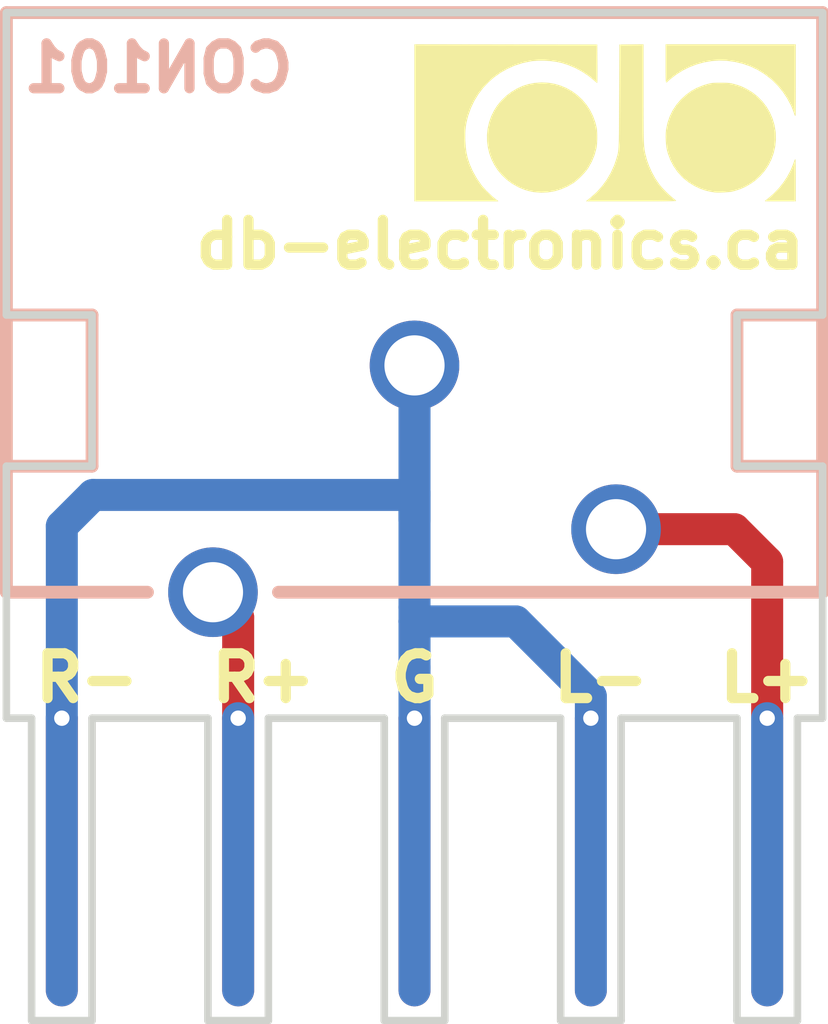
<source format=kicad_pcb>
(kicad_pcb (version 20171130) (host pcbnew "(5.1.4)-1")

  (general
    (thickness 1.6)
    (drawings 40)
    (tracks 33)
    (zones 0)
    (modules 2)
    (nets 4)
  )

  (page A4)
  (title_block
    (title "Phoenix Connector Audio Adapter")
    (date 2018-03-30)
    (rev 0.1)
    (company "db Electronics")
    (comment 1 "Licensed Under The CERN OHL v.1.2")
    (comment 2 https://github.com/db-electronics/phoenix-audio-adapter-kicad)
  )

  (layers
    (0 F.Cu signal)
    (31 B.Cu signal)
    (32 B.Adhes user)
    (33 F.Adhes user)
    (34 B.Paste user)
    (35 F.Paste user)
    (36 B.SilkS user)
    (37 F.SilkS user)
    (38 B.Mask user)
    (39 F.Mask user)
    (40 Dwgs.User user)
    (41 Cmts.User user)
    (42 Eco1.User user)
    (43 Eco2.User user)
    (44 Edge.Cuts user)
    (45 Margin user)
    (46 B.CrtYd user)
    (47 F.CrtYd user)
    (48 B.Fab user)
    (49 F.Fab user)
  )

  (setup
    (last_trace_width 0.635)
    (trace_clearance 0.1778)
    (zone_clearance 0.508)
    (zone_45_only no)
    (trace_min 0.1778)
    (via_size 0.6096)
    (via_drill 0.3048)
    (via_min_size 0.6096)
    (via_min_drill 0.3048)
    (uvia_size 0.3)
    (uvia_drill 0.1)
    (uvias_allowed no)
    (uvia_min_size 0)
    (uvia_min_drill 0)
    (edge_width 0.15)
    (segment_width 0.2)
    (pcb_text_width 0.3)
    (pcb_text_size 1.5 1.5)
    (mod_edge_width 0.15)
    (mod_text_size 1 1)
    (mod_text_width 0.15)
    (pad_size 1.524 1.524)
    (pad_drill 0.762)
    (pad_to_mask_clearance 0.2)
    (aux_axis_origin 0 0)
    (grid_origin 139.7 114.3)
    (visible_elements 7FFFFFFF)
    (pcbplotparams
      (layerselection 0x010f0_80000001)
      (usegerberextensions true)
      (usegerberattributes false)
      (usegerberadvancedattributes false)
      (creategerberjobfile false)
      (excludeedgelayer true)
      (linewidth 0.100000)
      (plotframeref false)
      (viasonmask false)
      (mode 1)
      (useauxorigin true)
      (hpglpennumber 1)
      (hpglpenspeed 20)
      (hpglpendiameter 15.000000)
      (psnegative false)
      (psa4output false)
      (plotreference true)
      (plotvalue true)
      (plotinvisibletext false)
      (padsonsilk false)
      (subtractmaskfromsilk false)
      (outputformat 1)
      (mirror false)
      (drillshape 0)
      (scaleselection 1)
      (outputdirectory "gerbers/0.1/"))
  )

  (net 0 "")
  (net 1 GND)
  (net 2 /LEFT)
  (net 3 /RIGHT)

  (net_class Default "This is the default net class."
    (clearance 0.1778)
    (trace_width 0.635)
    (via_dia 0.6096)
    (via_drill 0.3048)
    (uvia_dia 0.3)
    (uvia_drill 0.1)
    (add_net /LEFT)
    (add_net /RIGHT)
    (add_net GND)
  )

  (module db-thparts:RCJ-2223 (layer B.Cu) (tedit 5ABD818D) (tstamp 5ABE594A)
    (at 139.7 107.3 180)
    (path /5ABE576C)
    (solder_mask_margin 0.1016)
    (fp_text reference CON101 (at 5.08 -1.1) (layer B.SilkS)
      (effects (font (size 0.889 0.889) (thickness 0.2032)) (justify mirror))
    )
    (fp_text value RCJ-2223 (at -4.6 2.3) (layer B.Fab) hide
      (effects (font (size 0.889 0.889) (thickness 0.2032)) (justify mirror))
    )
    (fp_line (start 8.1 -11.5) (end 5.3 -11.5) (layer B.SilkS) (width 0.254))
    (fp_line (start -8.1 -11.5) (end 2.7 -11.5) (layer B.SilkS) (width 0.254))
    (fp_line (start -6.4 -6) (end -6.4 -9) (layer B.SilkS) (width 0.254))
    (fp_line (start 6.4 -6) (end 6.4 -9) (layer B.SilkS) (width 0.254))
    (fp_line (start 8.1 -9) (end 6.4 -9) (layer B.SilkS) (width 0.254))
    (fp_line (start 8.1 -6) (end 6.4 -6) (layer B.SilkS) (width 0.254))
    (fp_line (start -8.1 -9) (end -6.4 -9) (layer B.SilkS) (width 0.254))
    (fp_line (start -8.1 -6) (end -6.4 -6) (layer B.SilkS) (width 0.254))
    (fp_line (start 8.1 0) (end 8.1 -11.5) (layer B.SilkS) (width 0.254))
    (fp_line (start -8.1 0) (end -8.1 -11.5) (layer B.SilkS) (width 0.254))
    (fp_line (start -8.1 0) (end 8.1 0) (layer B.SilkS) (width 0.254))
    (pad 1 thru_hole circle (at 0 -7 180) (size 1.778 1.778) (drill 1.1938) (layers *.Cu *.Mask)
      (net 1 GND))
    (pad 2 thru_hole circle (at -4 -10.25 180) (size 1.778 1.778) (drill 1.1938) (layers *.Cu *.Mask)
      (net 2 /LEFT))
    (pad 3 thru_hole circle (at 4 -11.5 180) (size 1.778 1.778) (drill 1.1938) (layers *.Cu *.Mask)
      (net 3 /RIGHT))
  )

  (module db-artwork:db-logo_7.5mm (layer F.Cu) (tedit 0) (tstamp 5ABE6264)
    (at 143.5 109.5)
    (fp_text reference G*** (at 0 0 180) (layer B.SilkS) hide
      (effects (font (size 1.524 1.524) (thickness 0.3)) (justify mirror))
    )
    (fp_text value LOGO (at 0.75 0 180) (layer B.SilkS) hide
      (effects (font (size 1.524 1.524) (thickness 0.3)) (justify mirror))
    )
    (fp_poly (pts (xy -1.986796 -1.564919) (xy -0.176508 -1.562746) (xy -0.174265 -1.186051) (xy -0.173907 -1.107381)
      (xy -0.173788 -1.03428) (xy -0.173895 -0.968491) (xy -0.174215 -0.911756) (xy -0.174736 -0.865819)
      (xy -0.175445 -0.832421) (xy -0.176328 -0.813307) (xy -0.177028 -0.809356) (xy -0.185216 -0.814732)
      (xy -0.203022 -0.829151) (xy -0.227343 -0.85005) (xy -0.24158 -0.862669) (xy -0.352584 -0.951996)
      (xy -0.475603 -1.032899) (xy -0.606747 -1.103299) (xy -0.742125 -1.161115) (xy -0.877849 -1.204268)
      (xy -0.882823 -1.205555) (xy -0.990833 -1.228202) (xy -1.10705 -1.243532) (xy -1.226221 -1.251272)
      (xy -1.343089 -1.251153) (xy -1.452401 -1.242903) (xy -1.493864 -1.237099) (xy -1.65457 -1.202771)
      (xy -1.808228 -1.15337) (xy -1.954018 -1.089643) (xy -2.091116 -1.012333) (xy -2.218701 -0.922187)
      (xy -2.335951 -0.81995) (xy -2.442044 -0.706368) (xy -2.536157 -0.582185) (xy -2.61747 -0.448147)
      (xy -2.685159 -0.305) (xy -2.738403 -0.153489) (xy -2.754695 -0.093804) (xy -2.772386 -0.01705)
      (xy -2.784965 0.054519) (xy -2.792918 0.125906) (xy -2.796734 0.202111) (xy -2.796902 0.288136)
      (xy -2.795977 0.329263) (xy -2.788278 0.45976) (xy -2.772206 0.579069) (xy -2.746659 0.691611)
      (xy -2.710534 0.801809) (xy -2.662729 0.914085) (xy -2.637043 0.9666) (xy -2.560425 1.102283)
      (xy -2.473934 1.22547) (xy -2.375576 1.338595) (xy -2.263359 1.444092) (xy -2.210097 1.487916)
      (xy -2.142804 1.54122) (xy -3.797084 1.54122) (xy -3.797084 -1.567091) (xy -1.986796 -1.564919)) (layer F.SilkS) (width 0.01))
    (fp_poly (pts (xy 0.740475 -0.616678) (xy 0.7405 -0.459865) (xy 0.740597 -0.319208) (xy 0.740797 -0.193639)
      (xy 0.741131 -0.082094) (xy 0.74163 0.016493) (xy 0.742326 0.103187) (xy 0.74325 0.179054)
      (xy 0.744434 0.245159) (xy 0.745909 0.302569) (xy 0.747705 0.352348) (xy 0.749855 0.395562)
      (xy 0.75239 0.433277) (xy 0.75534 0.466558) (xy 0.758738 0.496471) (xy 0.762615 0.524081)
      (xy 0.767001 0.550454) (xy 0.771929 0.576655) (xy 0.776162 0.597626) (xy 0.808071 0.720723)
      (xy 0.852772 0.846031) (xy 0.908262 0.969321) (xy 0.972537 1.086363) (xy 1.043594 1.192926)
      (xy 1.080616 1.240442) (xy 1.116159 1.281047) (xy 1.160259 1.327628) (xy 1.208455 1.375771)
      (xy 1.256285 1.421063) (xy 1.29929 1.459091) (xy 1.313051 1.47041) (xy 1.341611 1.4934)
      (xy 1.366071 1.513323) (xy 1.382514 1.52698) (xy 1.38593 1.529937) (xy 1.385551 1.53179)
      (xy 1.379458 1.533437) (xy 1.366783 1.53489) (xy 1.346657 1.53616) (xy 1.318214 1.537257)
      (xy 1.280584 1.538193) (xy 1.232901 1.53898) (xy 1.174296 1.539627) (xy 1.103902 1.540147)
      (xy 1.020851 1.54055) (xy 0.924275 1.540847) (xy 0.813306 1.541051) (xy 0.687076 1.54117)
      (xy 0.544718 1.541218) (xy 0.505252 1.54122) (xy -0.388034 1.54122) (xy -0.30236 1.472307)
      (xy -0.182755 1.365154) (xy -0.075264 1.246242) (xy 0.019268 1.11683) (xy 0.099995 0.978182)
      (xy 0.166073 0.831558) (xy 0.206973 0.712218) (xy 0.214978 0.685563) (xy 0.222158 0.661645)
      (xy 0.228563 0.639433) (xy 0.23424 0.6179) (xy 0.239239 0.596016) (xy 0.243608 0.572753)
      (xy 0.247397 0.547081) (xy 0.250655 0.517972) (xy 0.25343 0.484396) (xy 0.255772 0.445326)
      (xy 0.257728 0.399731) (xy 0.259349 0.346584) (xy 0.260682 0.284854) (xy 0.261777 0.213514)
      (xy 0.262683 0.131535) (xy 0.263449 0.037887) (xy 0.264123 -0.068458) (xy 0.264754 -0.18853)
      (xy 0.265392 -0.323356) (xy 0.266084 -0.473967) (xy 0.266384 -0.538136) (xy 0.271221 -1.562746)
      (xy 0.740475 -1.567328) (xy 0.740475 -0.616678)) (layer F.SilkS) (width 0.01))
    (fp_poly (pts (xy 3.757476 0.723184) (xy 3.75868 0.747021) (xy 3.759771 0.784754) (xy 3.760725 0.83472)
      (xy 3.761516 0.895257) (xy 3.762116 0.964701) (xy 3.762501 1.041391) (xy 3.762644 1.123665)
      (xy 3.762644 1.54122) (xy 3.461288 1.54122) (xy 3.391189 1.54114) (xy 3.326865 1.540912)
      (xy 3.270265 1.540556) (xy 3.223337 1.54009) (xy 3.188029 1.539532) (xy 3.166291 1.538903)
      (xy 3.159932 1.538308) (xy 3.166291 1.532168) (xy 3.183456 1.517898) (xy 3.208563 1.497837)
      (xy 3.229703 1.481314) (xy 3.334247 1.391147) (xy 3.432199 1.288664) (xy 3.521537 1.176688)
      (xy 3.600238 1.058041) (xy 3.666277 0.935547) (xy 3.717631 0.812028) (xy 3.725048 0.790243)
      (xy 3.736507 0.757352) (xy 3.746667 0.731724) (xy 3.754013 0.717018) (xy 3.756187 0.714904)
      (xy 3.757476 0.723184)) (layer F.SilkS) (width 0.01))
    (fp_poly (pts (xy -1.147395 -0.803944) (xy -1.020205 -0.782443) (xy -0.897654 -0.746492) (xy -0.780832 -0.696782)
      (xy -0.670831 -0.634005) (xy -0.56874 -0.558852) (xy -0.475652 -0.472016) (xy -0.392656 -0.374189)
      (xy -0.320845 -0.266062) (xy -0.261308 -0.148327) (xy -0.215136 -0.021676) (xy -0.188455 0.086102)
      (xy -0.182362 0.13053) (xy -0.178566 0.187235) (xy -0.177015 0.251434) (xy -0.177657 0.318343)
      (xy -0.180439 0.38318) (xy -0.185309 0.441163) (xy -0.192214 0.487508) (xy -0.192898 0.49078)
      (xy -0.230777 0.62666) (xy -0.284347 0.756275) (xy -0.352935 0.878037) (xy -0.36443 0.895457)
      (xy -0.399661 0.942287) (xy -0.445164 0.994664) (xy -0.496947 1.048609) (xy -0.551017 1.100139)
      (xy -0.603383 1.145274) (xy -0.649266 1.179508) (xy -0.766511 1.247912) (xy -0.890454 1.301484)
      (xy -1.019236 1.339805) (xy -1.150999 1.362455) (xy -1.283886 1.369016) (xy -1.416038 1.359067)
      (xy -1.433593 1.356457) (xy -1.527842 1.337717) (xy -1.616207 1.311364) (xy -1.705811 1.27512)
      (xy -1.743559 1.257361) (xy -1.861062 1.191109) (xy -1.966944 1.113195) (xy -2.06088 1.024901)
      (xy -2.142546 0.92751) (xy -2.211615 0.822307) (xy -2.267763 0.710574) (xy -2.310665 0.593594)
      (xy -2.339995 0.472652) (xy -2.355429 0.34903) (xy -2.356642 0.224011) (xy -2.343307 0.098879)
      (xy -2.315102 -0.025082) (xy -2.271699 -0.14659) (xy -2.212774 -0.264362) (xy -2.15259 -0.357322)
      (xy -2.071526 -0.456049) (xy -1.977971 -0.545643) (xy -1.874347 -0.624438) (xy -1.763075 -0.690769)
      (xy -1.646575 -0.74297) (xy -1.545889 -0.774822) (xy -1.411328 -0.800825) (xy -1.278133 -0.810302)
      (xy -1.147395 -0.803944)) (layer F.SilkS) (width 0.01))
    (fp_poly (pts (xy 2.33831 -0.804099) (xy 2.385779 -0.803057) (xy 2.423564 -0.800999) (xy 2.455428 -0.797611)
      (xy 2.485139 -0.792582) (xy 2.516461 -0.785597) (xy 2.52278 -0.784054) (xy 2.606119 -0.761042)
      (xy 2.680428 -0.734613) (xy 2.753896 -0.701673) (xy 2.791455 -0.682542) (xy 2.90587 -0.612843)
      (xy 3.009759 -0.530206) (xy 3.102247 -0.435955) (xy 3.182458 -0.331417) (xy 3.249516 -0.217916)
      (xy 3.302545 -0.096777) (xy 3.340668 0.030675) (xy 3.363011 0.163115) (xy 3.365099 0.185118)
      (xy 3.368258 0.320962) (xy 3.355016 0.454169) (xy 3.326002 0.583426) (xy 3.281845 0.70742)
      (xy 3.223172 0.824839) (xy 3.150614 0.934368) (xy 3.064798 1.034696) (xy 2.966353 1.124508)
      (xy 2.887925 1.181978) (xy 2.779906 1.246609) (xy 2.670798 1.2966) (xy 2.555594 1.33408)
      (xy 2.496949 1.34819) (xy 2.466507 1.353062) (xy 2.424391 1.357498) (xy 2.374767 1.3613)
      (xy 2.321796 1.364271) (xy 2.269642 1.366212) (xy 2.222469 1.366927) (xy 2.184439 1.366217)
      (xy 2.161153 1.364143) (xy 2.141777 1.36095) (xy 2.111964 1.356122) (xy 2.079356 1.350894)
      (xy 1.970166 1.325786) (xy 1.859608 1.285879) (xy 1.751068 1.232923) (xy 1.647934 1.168669)
      (xy 1.553592 1.09487) (xy 1.514948 1.059051) (xy 1.423124 0.957671) (xy 1.345994 0.847684)
      (xy 1.283241 0.728526) (xy 1.234549 0.599636) (xy 1.21385 0.52522) (xy 1.2036 0.471039)
      (xy 1.19591 0.405212) (xy 1.191017 0.33316) (xy 1.189164 0.260301) (xy 1.190588 0.192053)
      (xy 1.195531 0.133836) (xy 1.196277 0.128432) (xy 1.22421 -0.007295) (xy 1.267609 -0.135709)
      (xy 1.326232 -0.256317) (xy 1.39984 -0.36863) (xy 1.488194 -0.472158) (xy 1.491585 -0.475651)
      (xy 1.590058 -0.566497) (xy 1.694215 -0.642198) (xy 1.806183 -0.703977) (xy 1.928086 -0.753058)
      (xy 2.021437 -0.780767) (xy 2.05554 -0.789271) (xy 2.084829 -0.795478) (xy 2.113116 -0.799743)
      (xy 2.144211 -0.802416) (xy 2.181926 -0.80385) (xy 2.230072 -0.804398) (xy 2.27739 -0.804436)
      (xy 2.33831 -0.804099)) (layer F.SilkS) (width 0.01))
    (fp_poly (pts (xy 3.762644 -0.861017) (xy 3.76259 -0.75242) (xy 3.762432 -0.648923) (xy 3.762179 -0.551799)
      (xy 3.76184 -0.46232) (xy 3.761421 -0.38176) (xy 3.760933 -0.311391) (xy 3.760382 -0.252488)
      (xy 3.759777 -0.206321) (xy 3.759127 -0.174166) (xy 3.75844 -0.157294) (xy 3.758069 -0.154983)
      (xy 3.751478 -0.161684) (xy 3.74971 -0.165746) (xy 3.729331 -0.223164) (xy 3.712993 -0.267768)
      (xy 3.699328 -0.303094) (xy 3.686967 -0.332677) (xy 3.674541 -0.360051) (xy 3.674284 -0.360597)
      (xy 3.600053 -0.499959) (xy 3.513126 -0.630689) (xy 3.415096 -0.750687) (xy 3.307559 -0.857854)
      (xy 3.27617 -0.8851) (xy 3.14623 -0.984204) (xy 3.010591 -1.067462) (xy 2.868441 -1.135205)
      (xy 2.718971 -1.187765) (xy 2.561371 -1.225474) (xy 2.394833 -1.248665) (xy 2.388262 -1.24927)
      (xy 2.245841 -1.253965) (xy 2.099867 -1.243272) (xy 1.952947 -1.21788) (xy 1.80769 -1.178481)
      (xy 1.666705 -1.125765) (xy 1.5326 -1.060423) (xy 1.423418 -0.993749) (xy 1.384032 -0.966022)
      (xy 1.341373 -0.93422) (xy 1.299335 -0.901413) (xy 1.26181 -0.870674) (xy 1.232692 -0.845076)
      (xy 1.222644 -0.835311) (xy 1.214471 -0.826791) (xy 1.207703 -0.820488) (xy 1.202207 -0.817753)
      (xy 1.197852 -0.819936) (xy 1.194506 -0.828389) (xy 1.192035 -0.844463) (xy 1.190308 -0.869508)
      (xy 1.189193 -0.904874) (xy 1.188557 -0.951915) (xy 1.188268 -1.011979) (xy 1.188195 -1.086417)
      (xy 1.188203 -1.176582) (xy 1.188204 -1.187149) (xy 1.188204 -1.567051) (xy 3.762644 -1.567051)
      (xy 3.762644 -0.861017)) (layer F.SilkS) (width 0.01))
  )

  (gr_text db-electronics.ca (at 141.4 111.9) (layer F.SilkS) (tstamp 5ABE627E)
    (effects (font (size 0.889 0.889) (thickness 0.2032)))
  )
  (gr_text L+ (at 146.7 120.5) (layer F.SilkS) (tstamp 5ABE5D7B)
    (effects (font (size 0.889 0.889) (thickness 0.2032)))
  )
  (gr_text L- (at 143.4 120.5) (layer F.SilkS) (tstamp 5ABE5D6D)
    (effects (font (size 0.889 0.889) (thickness 0.2032)))
  )
  (gr_text G (at 139.7 120.5) (layer F.SilkS) (tstamp 5ABE5D60)
    (effects (font (size 0.889 0.889) (thickness 0.2032)))
  )
  (gr_text R+ (at 136.7 120.5) (layer F.SilkS) (tstamp 5ABE5D50)
    (effects (font (size 0.889 0.889) (thickness 0.2032)))
  )
  (gr_text R- (at 133.2 120.5) (layer F.SilkS)
    (effects (font (size 0.889 0.889) (thickness 0.2032)))
  )
  (gr_line (start 147.3 121.3) (end 147.8 121.3) (layer Edge.Cuts) (width 0.15))
  (gr_line (start 143.8 121.3) (end 146.1 121.3) (layer Edge.Cuts) (width 0.15))
  (gr_line (start 140.3 121.3) (end 142.6 121.3) (layer Edge.Cuts) (width 0.15))
  (gr_line (start 136.8 121.3) (end 139.1 121.3) (layer Edge.Cuts) (width 0.15))
  (gr_line (start 133.3 121.3) (end 135.6 121.3) (layer Edge.Cuts) (width 0.15))
  (gr_line (start 131.6 121.3) (end 132.1 121.3) (layer Edge.Cuts) (width 0.15))
  (gr_line (start 142.6 127.3) (end 143.8 127.3) (layer Edge.Cuts) (width 0.15) (tstamp 5ABE5C7D))
  (gr_line (start 143.8 127.3) (end 143.8 121.3) (layer Edge.Cuts) (width 0.15) (tstamp 5ABE5C7C))
  (gr_line (start 147.3 127.3) (end 147.3 121.3) (layer Edge.Cuts) (width 0.15) (tstamp 5ABE5C7B))
  (gr_line (start 146.1 121.3) (end 146.1 127.3) (layer Edge.Cuts) (width 0.15) (tstamp 5ABE5C7A))
  (gr_line (start 146.1 127.3) (end 147.3 127.3) (layer Edge.Cuts) (width 0.15) (tstamp 5ABE5C79))
  (gr_line (start 142.6 121.3) (end 142.6 127.3) (layer Edge.Cuts) (width 0.15) (tstamp 5ABE5C78))
  (gr_line (start 133.3 127.3) (end 133.3 121.3) (layer Edge.Cuts) (width 0.15) (tstamp 5ABE5B1F))
  (gr_line (start 132.1 127.3) (end 133.3 127.3) (layer Edge.Cuts) (width 0.15) (tstamp 5ABE5B1E))
  (gr_line (start 132.1 121.3) (end 132.1 127.3) (layer Edge.Cuts) (width 0.15) (tstamp 5ABE5B1D))
  (gr_line (start 136.8 127.3) (end 136.8 121.3) (layer Edge.Cuts) (width 0.15) (tstamp 5ABE5B0C))
  (gr_line (start 135.6 127.3) (end 136.8 127.3) (layer Edge.Cuts) (width 0.15) (tstamp 5ABE5B0B))
  (gr_line (start 135.6 121.3) (end 135.6 127.3) (layer Edge.Cuts) (width 0.15) (tstamp 5ABE5B0A))
  (gr_line (start 140.3 127.3) (end 140.3 121.3) (layer Edge.Cuts) (width 0.15))
  (gr_line (start 139.1 127.3) (end 140.3 127.3) (layer Edge.Cuts) (width 0.15))
  (gr_line (start 139.1 121.3) (end 139.1 127.3) (layer Edge.Cuts) (width 0.15))
  (gr_line (start 147.8 118.8) (end 147.8 121.3) (layer Edge.Cuts) (width 0.15))
  (gr_line (start 147.8 116.3) (end 147.8 118.8) (layer Edge.Cuts) (width 0.15))
  (gr_line (start 146.1 116.3) (end 147.8 116.3) (layer Edge.Cuts) (width 0.15))
  (gr_line (start 146.1 113.3) (end 146.1 116.3) (layer Edge.Cuts) (width 0.15))
  (gr_line (start 147.8 113.3) (end 146.1 113.3) (layer Edge.Cuts) (width 0.15))
  (gr_line (start 147.8 107.3) (end 147.8 113.3) (layer Edge.Cuts) (width 0.15))
  (gr_line (start 131.6 107.3) (end 147.8 107.3) (layer Edge.Cuts) (width 0.15))
  (gr_line (start 131.6 118.8) (end 131.6 121.3) (layer Edge.Cuts) (width 0.15))
  (gr_line (start 131.6 116.3) (end 131.6 118.8) (layer Edge.Cuts) (width 0.15))
  (gr_line (start 133.3 116.3) (end 131.6 116.3) (layer Edge.Cuts) (width 0.15))
  (gr_line (start 133.3 113.3) (end 133.3 116.3) (layer Edge.Cuts) (width 0.15))
  (gr_line (start 131.6 113.3) (end 133.3 113.3) (layer Edge.Cuts) (width 0.15))
  (gr_line (start 131.6 107.3) (end 131.6 113.3) (layer Edge.Cuts) (width 0.15))

  (segment (start 143.2 121.3) (end 143.2 126.7) (width 0.635) (layer F.Cu) (net 1))
  (segment (start 143.2 121.3) (end 143.2 126.7) (width 0.635) (layer B.Cu) (net 1))
  (via (at 143.2 121.3) (size 0.6096) (drill 0.3048) (layers F.Cu B.Cu) (net 1))
  (segment (start 139.7 121.3) (end 139.7 126.7) (width 0.635) (layer F.Cu) (net 1))
  (segment (start 139.7 121.3) (end 139.7 126.7) (width 0.635) (layer B.Cu) (net 1))
  (segment (start 139.7 120.3) (end 139.7 121.3) (width 0.635) (layer B.Cu) (net 1))
  (via (at 139.7 121.3) (size 0.6096) (drill 0.3048) (layers F.Cu B.Cu) (net 1))
  (segment (start 132.7 121.3) (end 132.7 126.7) (width 0.635) (layer F.Cu) (net 1))
  (segment (start 132.7 121.3) (end 132.7 126.7) (width 0.635) (layer B.Cu) (net 1))
  (via (at 132.7 121.3) (size 0.6096) (drill 0.3048) (layers F.Cu B.Cu) (net 1))
  (segment (start 139.66969 116.87031) (end 139.7 116.84) (width 0.635) (layer B.Cu) (net 1))
  (segment (start 133.31969 116.87031) (end 139.66969 116.87031) (width 0.635) (layer B.Cu) (net 1))
  (segment (start 132.7 117.49) (end 133.31969 116.87031) (width 0.635) (layer B.Cu) (net 1))
  (segment (start 132.7 121.3) (end 132.7 117.49) (width 0.635) (layer B.Cu) (net 1))
  (segment (start 139.7 114.3) (end 139.7 116.84) (width 0.635) (layer B.Cu) (net 1))
  (segment (start 139.7 116.84) (end 139.7 119.1) (width 0.635) (layer B.Cu) (net 1))
  (segment (start 139.7 117.368948) (end 139.7 116.84) (width 0.635) (layer B.Cu) (net 1))
  (segment (start 143.2 121.3) (end 143.2 120.868948) (width 0.635) (layer B.Cu) (net 1))
  (segment (start 143.2 120.868948) (end 141.711052 119.38) (width 0.635) (layer B.Cu) (net 1))
  (segment (start 141.711052 119.38) (end 139.7 119.38) (width 0.635) (layer B.Cu) (net 1))
  (segment (start 139.7 119.1) (end 139.7 119.38) (width 0.635) (layer B.Cu) (net 1))
  (segment (start 139.7 119.38) (end 139.7 120.3) (width 0.635) (layer B.Cu) (net 1))
  (segment (start 146.7 121.3) (end 146.7 126.7) (width 0.635) (layer B.Cu) (net 2))
  (segment (start 146.7 126.7) (end 146.7 121.3) (width 0.635) (layer F.Cu) (net 2))
  (via (at 146.7 121.3) (size 0.6096) (drill 0.3048) (layers F.Cu B.Cu) (net 2))
  (segment (start 146.05 117.55) (end 143.7 117.55) (width 0.635) (layer F.Cu) (net 2))
  (segment (start 146.7 121.3) (end 146.7 118.2) (width 0.635) (layer F.Cu) (net 2))
  (segment (start 146.7 118.2) (end 146.05 117.55) (width 0.635) (layer F.Cu) (net 2))
  (segment (start 136.2 121.3) (end 136.2 126.7) (width 0.635) (layer B.Cu) (net 3))
  (segment (start 136.2 121.3) (end 136.2 126.7) (width 0.635) (layer F.Cu) (net 3))
  (via (at 136.2 121.3) (size 0.6096) (drill 0.3048) (layers F.Cu B.Cu) (net 3))
  (segment (start 136.2 119.3) (end 135.7 118.8) (width 0.635) (layer F.Cu) (net 3))
  (segment (start 136.2 121.3) (end 136.2 119.3) (width 0.635) (layer F.Cu) (net 3))

  (zone (net 0) (net_name "") (layer F.Mask) (tstamp 5D9D29EE) (hatch edge 0.508)
    (connect_pads (clearance 0.508))
    (min_thickness 0.254)
    (fill yes (arc_segments 16) (thermal_gap 0.508) (thermal_bridge_width 0.508))
    (polygon
      (pts
        (xy 132.1 122.3) (xy 132.1 127.3) (xy 133.3 127.3) (xy 133.3 122.3)
      )
    )
    (filled_polygon
      (pts
        (xy 133.173 127.173) (xy 132.227 127.173) (xy 132.227 122.427) (xy 133.173 122.427)
      )
    )
  )
  (zone (net 0) (net_name "") (layer F.Mask) (tstamp 5D9D29EB) (hatch edge 0.508)
    (connect_pads (clearance 0.508))
    (min_thickness 0.254)
    (fill yes (arc_segments 16) (thermal_gap 0.508) (thermal_bridge_width 0.508))
    (polygon
      (pts
        (xy 135.6 122.3) (xy 135.6 127.3) (xy 136.8 127.3) (xy 136.8 122.3)
      )
    )
    (filled_polygon
      (pts
        (xy 136.673 127.173) (xy 135.727 127.173) (xy 135.727 122.427) (xy 136.673 122.427)
      )
    )
  )
  (zone (net 0) (net_name "") (layer F.Mask) (tstamp 5D9D29E8) (hatch edge 0.508)
    (connect_pads (clearance 0.508))
    (min_thickness 0.254)
    (fill yes (arc_segments 16) (thermal_gap 0.508) (thermal_bridge_width 0.508))
    (polygon
      (pts
        (xy 139.1 122.3) (xy 139.1 127.3) (xy 140.3 127.3) (xy 140.3 122.3)
      )
    )
    (filled_polygon
      (pts
        (xy 140.173 127.173) (xy 139.227 127.173) (xy 139.227 122.427) (xy 140.173 122.427)
      )
    )
  )
  (zone (net 0) (net_name "") (layer F.Mask) (tstamp 5D9D29E5) (hatch edge 0.508)
    (connect_pads (clearance 0.508))
    (min_thickness 0.254)
    (fill yes (arc_segments 16) (thermal_gap 0.508) (thermal_bridge_width 0.508))
    (polygon
      (pts
        (xy 142.6 122.3) (xy 142.6 127.3) (xy 143.8 127.3) (xy 143.8 122.3)
      )
    )
    (filled_polygon
      (pts
        (xy 143.673 127.173) (xy 142.727 127.173) (xy 142.727 122.427) (xy 143.673 122.427)
      )
    )
  )
  (zone (net 0) (net_name "") (layer F.Mask) (tstamp 5D9D29E2) (hatch edge 0.508)
    (connect_pads (clearance 0.508))
    (min_thickness 0.254)
    (fill yes (arc_segments 16) (thermal_gap 0.508) (thermal_bridge_width 0.508))
    (polygon
      (pts
        (xy 146.1 122.3) (xy 146.1 127.3) (xy 147.3 127.3) (xy 147.3 122.3)
      )
    )
    (filled_polygon
      (pts
        (xy 147.173 127.173) (xy 146.227 127.173) (xy 146.227 122.427) (xy 147.173 122.427)
      )
    )
  )
  (zone (net 0) (net_name "") (layer B.Mask) (tstamp 5D9D29DF) (hatch edge 0.508)
    (connect_pads (clearance 0.508))
    (min_thickness 0.254)
    (fill yes (arc_segments 16) (thermal_gap 0.508) (thermal_bridge_width 0.508))
    (polygon
      (pts
        (xy 132.1 122.3) (xy 132.1 127.3) (xy 133.3 127.3) (xy 133.3 122.3)
      )
    )
    (filled_polygon
      (pts
        (xy 133.173 127.173) (xy 132.227 127.173) (xy 132.227 122.427) (xy 133.173 122.427)
      )
    )
  )
  (zone (net 0) (net_name "") (layer B.Mask) (tstamp 5D9D29DC) (hatch edge 0.508)
    (connect_pads (clearance 0.508))
    (min_thickness 0.254)
    (fill yes (arc_segments 16) (thermal_gap 0.508) (thermal_bridge_width 0.508))
    (polygon
      (pts
        (xy 135.6 122.3) (xy 135.6 127.3) (xy 136.8 127.3) (xy 136.8 122.3)
      )
    )
    (filled_polygon
      (pts
        (xy 136.673 127.173) (xy 135.727 127.173) (xy 135.727 122.427) (xy 136.673 122.427)
      )
    )
  )
  (zone (net 0) (net_name "") (layer B.Mask) (tstamp 5D9D29D9) (hatch edge 0.508)
    (connect_pads (clearance 0.508))
    (min_thickness 0.254)
    (fill yes (arc_segments 16) (thermal_gap 0.508) (thermal_bridge_width 0.508))
    (polygon
      (pts
        (xy 139.1 122.3) (xy 139.1 127.3) (xy 140.3 127.3) (xy 140.3 122.3)
      )
    )
    (filled_polygon
      (pts
        (xy 140.173 127.173) (xy 139.227 127.173) (xy 139.227 122.427) (xy 140.173 122.427)
      )
    )
  )
  (zone (net 0) (net_name "") (layer B.Mask) (tstamp 5D9D29D6) (hatch edge 0.508)
    (connect_pads (clearance 0.508))
    (min_thickness 0.254)
    (fill yes (arc_segments 16) (thermal_gap 0.508) (thermal_bridge_width 0.508))
    (polygon
      (pts
        (xy 142.6 122.3) (xy 142.6 127.3) (xy 143.8 127.3) (xy 143.8 122.3)
      )
    )
    (filled_polygon
      (pts
        (xy 143.673 127.173) (xy 142.727 127.173) (xy 142.727 122.427) (xy 143.673 122.427)
      )
    )
  )
  (zone (net 0) (net_name "") (layer B.Mask) (tstamp 5D9D29D3) (hatch edge 0.508)
    (connect_pads (clearance 0.508))
    (min_thickness 0.254)
    (fill yes (arc_segments 16) (thermal_gap 0.508) (thermal_bridge_width 0.508))
    (polygon
      (pts
        (xy 146.1 122.3) (xy 146.1 127.3) (xy 147.3 127.3) (xy 147.3 122.3)
      )
    )
    (filled_polygon
      (pts
        (xy 147.173 127.173) (xy 146.227 127.173) (xy 146.227 122.427) (xy 147.173 122.427)
      )
    )
  )
)

</source>
